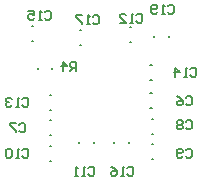
<source format=gbo>
G04 Layer_Color=32896*
%FSLAX25Y25*%
%MOIN*%
G70*
G01*
G75*
%ADD35C,0.00600*%
%ADD38C,0.00787*%
D35*
X243001Y270999D02*
X243500Y271499D01*
X244500D01*
X245000Y270999D01*
Y269000D01*
X244500Y268500D01*
X243500D01*
X243001Y269000D01*
X242001Y268500D02*
X241001D01*
X241501D01*
Y271499D01*
X242001Y270999D01*
X239502D02*
X239002Y271499D01*
X238002D01*
X237502Y270999D01*
Y270499D01*
X238002Y270000D01*
X238502D01*
X238002D01*
X237502Y269500D01*
Y269000D01*
X238002Y268500D01*
X239002D01*
X239502Y269000D01*
X243001Y253999D02*
X243500Y254499D01*
X244500D01*
X245000Y253999D01*
Y252000D01*
X244500Y251500D01*
X243500D01*
X243001Y252000D01*
X242001Y251500D02*
X241001D01*
X241501D01*
Y254499D01*
X242001Y253999D01*
X239502D02*
X239002Y254499D01*
X238002D01*
X237502Y253999D01*
Y252000D01*
X238002Y251500D01*
X239002D01*
X239502Y252000D01*
Y253999D01*
X242001Y262499D02*
X242500Y262999D01*
X243500D01*
X244000Y262499D01*
Y260500D01*
X243500Y260000D01*
X242500D01*
X242001Y260500D01*
X241001Y262999D02*
X239002D01*
Y262499D01*
X241001Y260500D01*
Y260000D01*
X299001Y280999D02*
X299500Y281499D01*
X300500D01*
X301000Y280999D01*
Y279000D01*
X300500Y278500D01*
X299500D01*
X299001Y279000D01*
X298001Y278500D02*
X297001D01*
X297501D01*
Y281499D01*
X298001Y280999D01*
X294002Y278500D02*
Y281499D01*
X295502Y279999D01*
X293502D01*
X297501Y271499D02*
X298001Y271999D01*
X299000D01*
X299500Y271499D01*
Y269500D01*
X299000Y269000D01*
X298001D01*
X297501Y269500D01*
X294502Y271999D02*
X295501Y271499D01*
X296501Y270499D01*
Y269500D01*
X296001Y269000D01*
X295002D01*
X294502Y269500D01*
Y270000D01*
X295002Y270499D01*
X296501D01*
X265001Y247999D02*
X265500Y248499D01*
X266500D01*
X267000Y247999D01*
Y246000D01*
X266500Y245500D01*
X265500D01*
X265001Y246000D01*
X264001Y245500D02*
X263001D01*
X263501D01*
Y248499D01*
X264001Y247999D01*
X261502Y245500D02*
X260502D01*
X261002D01*
Y248499D01*
X261502Y247999D01*
X278001D02*
X278501Y248499D01*
X279500D01*
X280000Y247999D01*
Y246000D01*
X279500Y245500D01*
X278501D01*
X278001Y246000D01*
X277001Y245500D02*
X276001D01*
X276501D01*
Y248499D01*
X277001Y247999D01*
X272502Y248499D02*
X273502Y247999D01*
X274502Y247000D01*
Y246000D01*
X274002Y245500D01*
X273002D01*
X272502Y246000D01*
Y246500D01*
X273002Y247000D01*
X274502D01*
X297501Y263499D02*
X298001Y263999D01*
X299000D01*
X299500Y263499D01*
Y261500D01*
X299000Y261000D01*
X298001D01*
X297501Y261500D01*
X296501Y263499D02*
X296001Y263999D01*
X295002D01*
X294502Y263499D01*
Y262999D01*
X295002Y262499D01*
X294502Y262000D01*
Y261500D01*
X295002Y261000D01*
X296001D01*
X296501Y261500D01*
Y262000D01*
X296001Y262499D01*
X296501Y262999D01*
Y263499D01*
X296001Y262499D02*
X295002D01*
X250501Y299999D02*
X251000Y300499D01*
X252000D01*
X252500Y299999D01*
Y298000D01*
X252000Y297500D01*
X251000D01*
X250501Y298000D01*
X249501Y297500D02*
X248501D01*
X249001D01*
Y300499D01*
X249501Y299999D01*
X245002Y300499D02*
X247002D01*
Y299000D01*
X246002Y299499D01*
X245502D01*
X245002Y299000D01*
Y298000D01*
X245502Y297500D01*
X246502D01*
X247002Y298000D01*
X266438Y298499D02*
X266937Y298999D01*
X267937D01*
X268437Y298499D01*
Y296500D01*
X267937Y296000D01*
X266937D01*
X266438Y296500D01*
X265438Y296000D02*
X264438D01*
X264938D01*
Y298999D01*
X265438Y298499D01*
X262939Y298999D02*
X260939D01*
Y298499D01*
X262939Y296500D01*
Y296000D01*
X281001Y298999D02*
X281501Y299499D01*
X282500D01*
X283000Y298999D01*
Y297000D01*
X282500Y296500D01*
X281501D01*
X281001Y297000D01*
X280001Y296500D02*
X279001D01*
X279501D01*
Y299499D01*
X280001Y298999D01*
X275502Y296500D02*
X277502D01*
X275502Y298499D01*
Y298999D01*
X276002Y299499D01*
X277002D01*
X277502Y298999D01*
X261000Y280500D02*
Y283499D01*
X259501D01*
X259001Y282999D01*
Y281999D01*
X259501Y281500D01*
X261000D01*
X260000D02*
X259001Y280500D01*
X256502D02*
Y283499D01*
X258001Y281999D01*
X256002D01*
X297501Y253999D02*
X298001Y254499D01*
X299000D01*
X299500Y253999D01*
Y252000D01*
X299000Y251500D01*
X298001D01*
X297501Y252000D01*
X296501D02*
X296001Y251500D01*
X295002D01*
X294502Y252000D01*
Y253999D01*
X295002Y254499D01*
X296001D01*
X296501Y253999D01*
Y253499D01*
X296001Y252999D01*
X294502D01*
X291501Y301999D02*
X292001Y302499D01*
X293000D01*
X293500Y301999D01*
Y300000D01*
X293000Y299500D01*
X292001D01*
X291501Y300000D01*
X290501Y299500D02*
X289501D01*
X290001D01*
Y302499D01*
X290501Y301999D01*
X288002Y300000D02*
X287502Y299500D01*
X286502D01*
X286002Y300000D01*
Y301999D01*
X286502Y302499D01*
X287502D01*
X288002Y301999D01*
Y301499D01*
X287502Y300999D01*
X286002D01*
D38*
X252346Y267539D02*
X252740D01*
X252346Y272461D02*
X252740D01*
X252303Y250539D02*
X252697D01*
X252303Y255461D02*
X252697D01*
X252260Y259039D02*
X252654D01*
X252260Y263961D02*
X252654D01*
X285760Y282461D02*
X286154D01*
X285760Y277539D02*
X286154D01*
X285760Y272961D02*
X286154D01*
X285760Y268039D02*
X286154D01*
X262039Y256260D02*
Y256653D01*
X266961Y256260D02*
Y256653D01*
X273539Y256260D02*
Y256653D01*
X278461Y256260D02*
Y256653D01*
X286303Y264461D02*
X286697D01*
X286303Y259539D02*
X286697D01*
X246303Y295461D02*
X246697D01*
X246303Y290539D02*
X246697D01*
X262347Y289083D02*
X262740D01*
X262347Y294004D02*
X262740D01*
X278847Y294961D02*
X279240D01*
X278847Y290039D02*
X279240D01*
X248138Y281063D02*
Y281457D01*
X252862Y281063D02*
Y281457D01*
X286303Y255961D02*
X286697D01*
X286303Y251039D02*
X286697D01*
X287039Y291846D02*
Y292240D01*
X291961Y291846D02*
Y292240D01*
M02*

</source>
